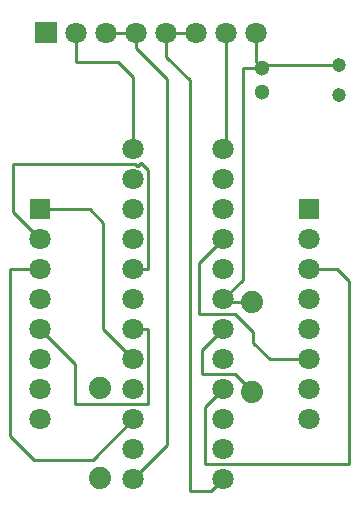
<source format=gbl>
G04 Layer: BottomLayer*
G04 EasyEDA v6.5.9, 2022-08-12 00:02:45*
G04 2a9479771ff5440bbc068576edc866e0,fa163e59c691420ea6e3b66f1dbf35ee,10*
G04 Gerber Generator version 0.2*
G04 Scale: 100 percent, Rotated: No, Reflected: No *
G04 Dimensions in millimeters *
G04 leading zeros omitted , absolute positions ,4 integer and 5 decimal *
%FSLAX45Y45*%
%MOMM*%

%ADD10C,0.2540*%
%ADD11R,1.8000X1.8000*%
%ADD12C,1.8000*%
%ADD13C,1.3000*%
%ADD14C,1.1938*%
%ADD15C,1.8796*%
%ADD16C,1.5240*%

%LPD*%
D10*
X3076310Y7267691D02*
G01*
X2822310Y7521691D01*
X2822310Y8423391D01*
X2708010Y8537691D01*
X2288910Y8537691D01*
X3076310Y7521691D02*
G01*
X3203310Y7521691D01*
X3203310Y6886691D01*
X2581010Y6886691D01*
X2581010Y7229591D01*
X2288910Y7521691D01*
X3076310Y8029691D02*
G01*
X3203310Y8029691D01*
X3203310Y8867891D01*
X3139810Y8931391D01*
X3114410Y8905991D01*
X3105640Y8905991D01*
X3092940Y8918691D01*
X2060310Y8918691D01*
X2060310Y8512291D01*
X2288910Y8283691D01*
X2288910Y8029691D02*
G01*
X2034910Y8029691D01*
X2034910Y6619991D01*
X2238110Y6416791D01*
X2733410Y6416791D01*
X3076310Y6759691D01*
X4079610Y7750291D02*
G01*
X3863710Y7750291D01*
X3838310Y7775691D01*
X4168510Y9729894D02*
G01*
X4003410Y9729894D01*
X4003410Y7940791D01*
X3838310Y7775691D01*
X4816210Y9756891D02*
G01*
X4195511Y9756891D01*
X4168510Y9729894D01*
X4562210Y8029691D02*
G01*
X4803510Y8029691D01*
X4905110Y7928091D01*
X4905110Y6378691D01*
X3685910Y6378691D01*
X3685910Y6861291D01*
X3838310Y7013691D01*
X4079610Y6988291D02*
G01*
X4079610Y7000991D01*
X3939910Y7140691D01*
X3660510Y7140691D01*
X3660510Y7343891D01*
X3838310Y7521691D01*
X4562210Y7267691D02*
G01*
X4232010Y7267691D01*
X4092310Y7407391D01*
X4092310Y7496291D01*
X3939910Y7648691D01*
X3635110Y7648691D01*
X3635110Y8080491D01*
X3838310Y8283691D01*
X3864094Y10030091D02*
G01*
X3864094Y9071480D01*
X3838308Y9045694D01*
X4118094Y10030091D02*
G01*
X4118094Y9780308D01*
X4168508Y9729894D01*
X2848094Y10030091D02*
G01*
X3102094Y10030091D01*
X3356094Y10030091D02*
G01*
X3610094Y10030091D01*
X2594094Y10030091D02*
G01*
X2594094Y9779000D01*
X2946400Y9779000D01*
X3073400Y9652000D01*
X3073400Y9048602D01*
X3076308Y9045694D01*
X3102094Y10030091D02*
G01*
X3102094Y9902705D01*
X3365500Y9639300D01*
X3365500Y6540886D01*
X3076308Y6251694D01*
X3356094Y10030091D02*
G01*
X3356094Y9826505D01*
X3556000Y9626600D01*
X3556000Y6146800D01*
X3733413Y6146800D01*
X3838308Y6251694D01*
D11*
G01*
X2288895Y8537702D03*
D12*
G01*
X2288895Y8283702D03*
G01*
X2288895Y8029702D03*
G01*
X2288895Y7775702D03*
G01*
X2288895Y7521702D03*
G01*
X2288895Y7267702D03*
G01*
X2288895Y7013702D03*
G01*
X2288895Y6759702D03*
D11*
G01*
X4562220Y8537702D03*
D12*
G01*
X4562220Y8283702D03*
G01*
X4562220Y8029702D03*
G01*
X4562220Y7775702D03*
G01*
X4562220Y7521702D03*
G01*
X4562220Y7267702D03*
G01*
X4562220Y7013702D03*
G01*
X4562220Y6759702D03*
G36*
X2250094Y10120091D02*
G01*
X2430094Y10120091D01*
X2430094Y9940091D01*
X2250094Y9940091D01*
G37*
G01*
X2594102Y10030079D03*
G01*
X2848102Y10030079D03*
G01*
X3102102Y10030079D03*
G01*
X3356102Y10030079D03*
G01*
X3610102Y10030079D03*
G01*
X3864102Y10030079D03*
G01*
X4118102Y10030079D03*
D13*
G01*
X4168495Y9729901D03*
G01*
X4168495Y9529902D03*
D14*
G01*
X4816220Y9502902D03*
G01*
X4816220Y9756902D03*
D15*
G01*
X4079595Y6988302D03*
G01*
X4079595Y7750302D03*
G01*
X2796895Y7026402D03*
G01*
X2796895Y6264402D03*
D12*
G01*
X3076295Y9045702D03*
G01*
X3076295Y8791702D03*
G01*
X3076295Y7521702D03*
G01*
X3076295Y7267702D03*
G01*
X3076295Y8537702D03*
G01*
X3076295Y8283702D03*
G01*
X3076295Y7775702D03*
G01*
X3076295Y8029702D03*
G01*
X3076295Y7013702D03*
G01*
X3076295Y6759702D03*
G01*
X3076295Y6505702D03*
G01*
X3076295Y6251702D03*
G01*
X3838295Y6251702D03*
G01*
X3838295Y6505702D03*
G01*
X3838295Y6759702D03*
G01*
X3838295Y7013702D03*
G01*
X3838295Y7267702D03*
G01*
X3838295Y7521702D03*
G01*
X3838295Y7775702D03*
G01*
X3838295Y8029702D03*
G01*
X3838295Y8283702D03*
G01*
X3838295Y8537702D03*
G01*
X3838295Y8791702D03*
G01*
X3838295Y9045702D03*
D16*
G01*
X4562220Y7267702D03*
M02*

</source>
